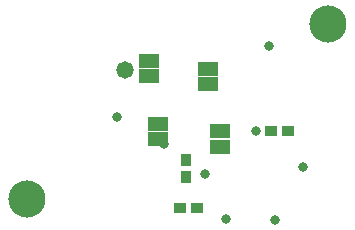
<source format=gbs>
G04*
G04 #@! TF.GenerationSoftware,Altium Limited,Altium Designer,19.0.13 (425)*
G04*
G04 Layer_Color=16711935*
%FSLAX25Y25*%
%MOIN*%
G70*
G01*
G75*
%ADD17C,0.12400*%
%ADD18C,0.03162*%
%ADD19C,0.05800*%
%ADD35R,0.07099X0.04737*%
%ADD36R,0.03950X0.03753*%
%ADD37R,0.03753X0.03950*%
D17*
X141417Y106905D02*
D03*
X41024Y48679D02*
D03*
D18*
X86614Y66929D02*
D03*
X70866Y76128D02*
D03*
X100394Y57087D02*
D03*
X107283Y42088D02*
D03*
X117271Y71282D02*
D03*
X133071Y59471D02*
D03*
X121736Y99606D02*
D03*
X123622Y41754D02*
D03*
D19*
X73819Y91535D02*
D03*
D35*
X105315Y71282D02*
D03*
Y66164D02*
D03*
X101378Y92126D02*
D03*
Y87008D02*
D03*
X81693Y89567D02*
D03*
Y94685D02*
D03*
X84646Y68723D02*
D03*
Y73841D02*
D03*
D36*
X91929Y45669D02*
D03*
X97835D02*
D03*
X122244Y71260D02*
D03*
X128150D02*
D03*
D37*
X94095Y55905D02*
D03*
Y61811D02*
D03*
M02*

</source>
